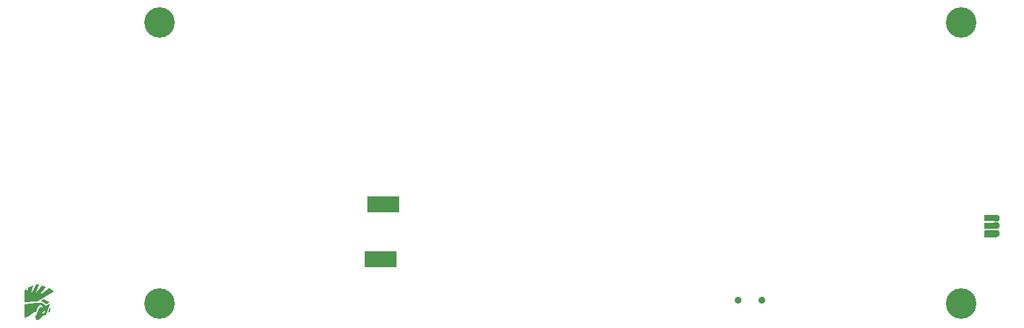
<source format=gbr>
G04 EAGLE Gerber RS-274X export*
G75*
%MOMM*%
%FSLAX34Y34*%
%LPD*%
%INSoldermask Bottom*%
%IPPOS*%
%AMOC8*
5,1,8,0,0,1.08239X$1,22.5*%
G01*
%ADD10R,4.101600X2.101600*%
%ADD11C,0.901600*%
%ADD12P,0.981078X8X22.500000*%
%ADD13C,3.901600*%

G36*
X-159497Y-356949D02*
X-159497Y-356949D01*
X-156900Y-356949D01*
X-156885Y-356938D01*
X-156875Y-356942D01*
X-135275Y-344042D01*
X-135261Y-344008D01*
X-135251Y-344000D01*
X-135251Y-343500D01*
X-135273Y-343470D01*
X-135275Y-343458D01*
X-141175Y-339958D01*
X-141193Y-339960D01*
X-141200Y-339951D01*
X-141500Y-339951D01*
X-141518Y-339964D01*
X-141530Y-339961D01*
X-154308Y-349844D01*
X-154718Y-349680D01*
X-145463Y-338832D01*
X-145462Y-338817D01*
X-145453Y-338810D01*
X-145461Y-338800D01*
X-145452Y-338790D01*
X-145552Y-338290D01*
X-145579Y-338266D01*
X-145582Y-338254D01*
X-150282Y-336454D01*
X-150295Y-336458D01*
X-150300Y-336451D01*
X-150800Y-336451D01*
X-150825Y-336470D01*
X-150839Y-336470D01*
X-159505Y-347626D01*
X-159641Y-347490D01*
X-154155Y-335721D01*
X-154158Y-335709D01*
X-154156Y-335708D01*
X-154159Y-335704D01*
X-154163Y-335685D01*
X-154159Y-335673D01*
X-154359Y-335373D01*
X-154392Y-335361D01*
X-154400Y-335351D01*
X-158600Y-335351D01*
X-158621Y-335367D01*
X-158635Y-335365D01*
X-158835Y-335565D01*
X-158836Y-335577D01*
X-158844Y-335579D01*
X-163929Y-346245D01*
X-164440Y-346160D01*
X-162252Y-336911D01*
X-162267Y-336878D01*
X-162265Y-336865D01*
X-162565Y-336565D01*
X-162616Y-336558D01*
X-162621Y-336556D01*
X-168521Y-339356D01*
X-168537Y-339386D01*
X-168549Y-339393D01*
X-169642Y-346551D01*
X-170254Y-346551D01*
X-170651Y-341196D01*
X-170686Y-341156D01*
X-170688Y-341152D01*
X-171088Y-341052D01*
X-171112Y-341063D01*
X-171114Y-341063D01*
X-171116Y-341064D01*
X-171119Y-341065D01*
X-171132Y-341062D01*
X-173032Y-342662D01*
X-173038Y-342692D01*
X-173049Y-342700D01*
X-173049Y-358300D01*
X-173013Y-358347D01*
X-173003Y-358340D01*
X-172995Y-358349D01*
X-159497Y-356949D01*
G37*
G36*
X-157493Y-380948D02*
X-157493Y-380948D01*
X-157493Y-380949D01*
X-153493Y-380349D01*
X-153473Y-380329D01*
X-153460Y-380328D01*
X-149573Y-374748D01*
X-146297Y-374549D01*
X-146267Y-374523D01*
X-146255Y-374520D01*
X-139655Y-360020D01*
X-139659Y-360005D01*
X-139652Y-359991D01*
X-139663Y-359985D01*
X-139668Y-359962D01*
X-139696Y-359969D01*
X-139722Y-359956D01*
X-144808Y-362449D01*
X-145482Y-362353D01*
X-150772Y-358759D01*
X-150792Y-358760D01*
X-150799Y-358751D01*
X-158099Y-358551D01*
X-158103Y-358554D01*
X-158105Y-358551D01*
X-173005Y-360151D01*
X-173049Y-360192D01*
X-173044Y-360197D01*
X-173049Y-360201D01*
X-172849Y-377501D01*
X-172813Y-377548D01*
X-172802Y-377539D01*
X-172792Y-377549D01*
X-168492Y-376849D01*
X-168481Y-376837D01*
X-168471Y-376840D01*
X-159985Y-370550D01*
X-158002Y-370649D01*
X-157953Y-370616D01*
X-157954Y-370615D01*
X-157953Y-370614D01*
X-157818Y-370175D01*
X-157621Y-369535D01*
X-157424Y-368895D01*
X-157227Y-368254D01*
X-157030Y-367614D01*
X-156833Y-366974D01*
X-156636Y-366334D01*
X-156439Y-365693D01*
X-156242Y-365053D01*
X-156045Y-364413D01*
X-155958Y-364130D01*
X-152587Y-361651D01*
X-151820Y-361747D01*
X-148899Y-364181D01*
X-149698Y-364448D01*
X-152182Y-363454D01*
X-152216Y-363464D01*
X-152228Y-363460D01*
X-154628Y-365160D01*
X-154635Y-365180D01*
X-154647Y-365184D01*
X-157543Y-373873D01*
X-159634Y-375864D01*
X-159642Y-375913D01*
X-159645Y-375919D01*
X-157545Y-380919D01*
X-157494Y-380949D01*
X-157493Y-380948D01*
G37*
G36*
X1070064Y-274990D02*
X1070064Y-274990D01*
X1070128Y-274991D01*
X1070203Y-274970D01*
X1070279Y-274959D01*
X1070338Y-274933D01*
X1070400Y-274916D01*
X1070466Y-274875D01*
X1070536Y-274843D01*
X1070585Y-274801D01*
X1070640Y-274768D01*
X1070692Y-274710D01*
X1070750Y-274660D01*
X1070786Y-274606D01*
X1070829Y-274558D01*
X1070862Y-274489D01*
X1070905Y-274424D01*
X1070924Y-274362D01*
X1070952Y-274305D01*
X1070963Y-274235D01*
X1070987Y-274154D01*
X1070988Y-274069D01*
X1070999Y-274000D01*
X1070999Y-267000D01*
X1070990Y-266937D01*
X1070991Y-266877D01*
X1070991Y-266872D01*
X1070970Y-266797D01*
X1070959Y-266721D01*
X1070933Y-266662D01*
X1070916Y-266600D01*
X1070875Y-266534D01*
X1070843Y-266464D01*
X1070801Y-266415D01*
X1070768Y-266360D01*
X1070710Y-266308D01*
X1070660Y-266250D01*
X1070606Y-266214D01*
X1070558Y-266171D01*
X1070489Y-266138D01*
X1070424Y-266095D01*
X1070362Y-266076D01*
X1070305Y-266048D01*
X1070235Y-266037D01*
X1070154Y-266013D01*
X1070069Y-266012D01*
X1070000Y-266001D01*
X1056000Y-266001D01*
X1055936Y-266010D01*
X1055872Y-266009D01*
X1055797Y-266030D01*
X1055721Y-266041D01*
X1055662Y-266067D01*
X1055600Y-266084D01*
X1055534Y-266125D01*
X1055464Y-266157D01*
X1055415Y-266199D01*
X1055360Y-266232D01*
X1055308Y-266290D01*
X1055250Y-266340D01*
X1055214Y-266394D01*
X1055171Y-266442D01*
X1055138Y-266511D01*
X1055095Y-266576D01*
X1055076Y-266638D01*
X1055048Y-266695D01*
X1055037Y-266765D01*
X1055013Y-266846D01*
X1055012Y-266931D01*
X1055001Y-267000D01*
X1055001Y-274000D01*
X1055010Y-274064D01*
X1055009Y-274128D01*
X1055030Y-274203D01*
X1055041Y-274279D01*
X1055067Y-274338D01*
X1055084Y-274400D01*
X1055125Y-274466D01*
X1055157Y-274536D01*
X1055199Y-274585D01*
X1055232Y-274640D01*
X1055290Y-274692D01*
X1055340Y-274750D01*
X1055394Y-274786D01*
X1055442Y-274829D01*
X1055511Y-274862D01*
X1055576Y-274905D01*
X1055638Y-274924D01*
X1055695Y-274952D01*
X1055765Y-274963D01*
X1055846Y-274987D01*
X1055931Y-274988D01*
X1056000Y-274999D01*
X1070000Y-274999D01*
X1070064Y-274990D01*
G37*
G36*
X1070064Y-253990D02*
X1070064Y-253990D01*
X1070128Y-253991D01*
X1070203Y-253970D01*
X1070279Y-253959D01*
X1070338Y-253933D01*
X1070400Y-253916D01*
X1070466Y-253875D01*
X1070536Y-253843D01*
X1070585Y-253801D01*
X1070640Y-253768D01*
X1070692Y-253710D01*
X1070750Y-253660D01*
X1070786Y-253606D01*
X1070829Y-253558D01*
X1070862Y-253489D01*
X1070905Y-253424D01*
X1070924Y-253362D01*
X1070952Y-253305D01*
X1070963Y-253235D01*
X1070987Y-253154D01*
X1070988Y-253069D01*
X1070999Y-253000D01*
X1070999Y-247000D01*
X1070990Y-246937D01*
X1070991Y-246877D01*
X1070991Y-246876D01*
X1070991Y-246872D01*
X1070970Y-246797D01*
X1070959Y-246721D01*
X1070933Y-246662D01*
X1070916Y-246600D01*
X1070875Y-246534D01*
X1070843Y-246464D01*
X1070801Y-246415D01*
X1070768Y-246360D01*
X1070710Y-246308D01*
X1070660Y-246250D01*
X1070606Y-246214D01*
X1070558Y-246171D01*
X1070489Y-246138D01*
X1070424Y-246095D01*
X1070362Y-246076D01*
X1070305Y-246048D01*
X1070235Y-246037D01*
X1070154Y-246013D01*
X1070069Y-246012D01*
X1070000Y-246001D01*
X1056000Y-246001D01*
X1055936Y-246010D01*
X1055872Y-246009D01*
X1055797Y-246030D01*
X1055721Y-246041D01*
X1055662Y-246067D01*
X1055600Y-246084D01*
X1055534Y-246125D01*
X1055464Y-246157D01*
X1055415Y-246199D01*
X1055360Y-246232D01*
X1055308Y-246290D01*
X1055250Y-246340D01*
X1055214Y-246394D01*
X1055171Y-246442D01*
X1055138Y-246511D01*
X1055095Y-246576D01*
X1055076Y-246638D01*
X1055048Y-246695D01*
X1055037Y-246765D01*
X1055013Y-246846D01*
X1055012Y-246931D01*
X1055001Y-247000D01*
X1055001Y-253000D01*
X1055010Y-253064D01*
X1055009Y-253128D01*
X1055030Y-253203D01*
X1055041Y-253279D01*
X1055067Y-253338D01*
X1055084Y-253400D01*
X1055125Y-253466D01*
X1055157Y-253536D01*
X1055199Y-253585D01*
X1055232Y-253640D01*
X1055290Y-253692D01*
X1055340Y-253750D01*
X1055394Y-253786D01*
X1055442Y-253829D01*
X1055511Y-253862D01*
X1055576Y-253905D01*
X1055638Y-253924D01*
X1055695Y-253952D01*
X1055765Y-253963D01*
X1055846Y-253987D01*
X1055931Y-253988D01*
X1056000Y-253999D01*
X1070000Y-253999D01*
X1070064Y-253990D01*
G37*
G36*
X1070064Y-263990D02*
X1070064Y-263990D01*
X1070128Y-263991D01*
X1070203Y-263970D01*
X1070279Y-263959D01*
X1070338Y-263933D01*
X1070400Y-263916D01*
X1070466Y-263875D01*
X1070536Y-263843D01*
X1070585Y-263801D01*
X1070640Y-263768D01*
X1070692Y-263710D01*
X1070750Y-263660D01*
X1070786Y-263606D01*
X1070829Y-263558D01*
X1070862Y-263489D01*
X1070905Y-263424D01*
X1070924Y-263362D01*
X1070952Y-263305D01*
X1070963Y-263235D01*
X1070987Y-263154D01*
X1070988Y-263069D01*
X1070999Y-263000D01*
X1070999Y-257000D01*
X1070990Y-256937D01*
X1070991Y-256877D01*
X1070991Y-256876D01*
X1070991Y-256872D01*
X1070970Y-256797D01*
X1070959Y-256721D01*
X1070933Y-256662D01*
X1070916Y-256600D01*
X1070875Y-256534D01*
X1070843Y-256464D01*
X1070801Y-256415D01*
X1070768Y-256360D01*
X1070710Y-256308D01*
X1070660Y-256250D01*
X1070606Y-256214D01*
X1070558Y-256171D01*
X1070489Y-256138D01*
X1070424Y-256095D01*
X1070362Y-256076D01*
X1070305Y-256048D01*
X1070235Y-256037D01*
X1070154Y-256013D01*
X1070069Y-256012D01*
X1070000Y-256001D01*
X1056000Y-256001D01*
X1055936Y-256010D01*
X1055872Y-256009D01*
X1055797Y-256030D01*
X1055721Y-256041D01*
X1055662Y-256067D01*
X1055600Y-256084D01*
X1055534Y-256125D01*
X1055464Y-256157D01*
X1055415Y-256199D01*
X1055360Y-256232D01*
X1055308Y-256290D01*
X1055250Y-256340D01*
X1055214Y-256394D01*
X1055171Y-256442D01*
X1055138Y-256511D01*
X1055095Y-256576D01*
X1055076Y-256638D01*
X1055048Y-256695D01*
X1055037Y-256765D01*
X1055013Y-256846D01*
X1055012Y-256931D01*
X1055001Y-257000D01*
X1055001Y-263000D01*
X1055010Y-263064D01*
X1055009Y-263128D01*
X1055030Y-263203D01*
X1055041Y-263279D01*
X1055067Y-263338D01*
X1055084Y-263400D01*
X1055125Y-263466D01*
X1055157Y-263536D01*
X1055199Y-263585D01*
X1055232Y-263640D01*
X1055290Y-263692D01*
X1055340Y-263750D01*
X1055394Y-263786D01*
X1055442Y-263829D01*
X1055511Y-263862D01*
X1055576Y-263905D01*
X1055638Y-263924D01*
X1055695Y-263952D01*
X1055765Y-263963D01*
X1055846Y-263987D01*
X1055931Y-263988D01*
X1056000Y-263999D01*
X1070000Y-263999D01*
X1070064Y-263990D01*
G37*
G36*
X-140677Y-358344D02*
X-140677Y-358344D01*
X-140674Y-358337D01*
X-140667Y-358337D01*
X-140668Y-358324D01*
X-140652Y-358290D01*
X-140672Y-358280D01*
X-140674Y-358258D01*
X-147174Y-354158D01*
X-147189Y-354160D01*
X-147194Y-354151D01*
X-147994Y-354051D01*
X-148013Y-354062D01*
X-148024Y-354057D01*
X-152824Y-356757D01*
X-152832Y-356774D01*
X-152847Y-356785D01*
X-152840Y-356794D01*
X-152848Y-356812D01*
X-152820Y-356824D01*
X-152802Y-356849D01*
X-150416Y-356949D01*
X-145128Y-360640D01*
X-145088Y-360639D01*
X-145077Y-360644D01*
X-140677Y-358344D01*
G37*
G36*
X-139775Y-369643D02*
X-139775Y-369643D01*
X-139761Y-369608D01*
X-139751Y-369601D01*
X-139651Y-364301D01*
X-139664Y-364283D01*
X-139668Y-364262D01*
X-139677Y-364264D01*
X-139686Y-364253D01*
X-139698Y-364262D01*
X-139700Y-364259D01*
X-139704Y-364259D01*
X-139725Y-364275D01*
X-139745Y-364280D01*
X-142945Y-371380D01*
X-142941Y-371397D01*
X-142948Y-371412D01*
X-142936Y-371417D01*
X-142932Y-371438D01*
X-142903Y-371431D01*
X-142875Y-371443D01*
X-139775Y-369643D01*
G37*
%LPC*%
G36*
X-150046Y-372298D02*
X-150046Y-372298D01*
X-148963Y-369740D01*
X-146913Y-369056D01*
X-146558Y-369412D01*
X-147636Y-372157D01*
X-149873Y-372644D01*
X-150046Y-372298D01*
G37*
%LPD*%
D10*
X285800Y-233000D03*
X282800Y-303000D03*
D11*
X740000Y-355000D03*
X770000Y-355000D03*
D12*
X1070000Y-250000D03*
D13*
X0Y0D03*
X1025000Y0D03*
X1025000Y-360000D03*
X0Y-360000D03*
D12*
X1070000Y-270000D03*
X1070000Y-260000D03*
M02*

</source>
